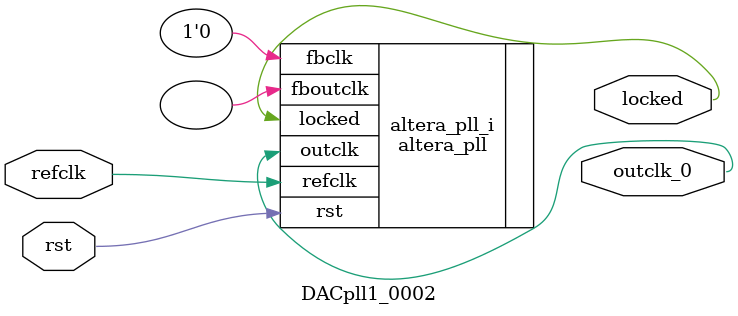
<source format=v>
`timescale 1ns/10ps
module  DACpll1_0002(

	// interface 'refclk'
	input wire refclk,

	// interface 'reset'
	input wire rst,

	// interface 'outclk0'
	output wire outclk_0,

	// interface 'locked'
	output wire locked
);

	altera_pll #(
		.fractional_vco_multiplier("false"),
		.reference_clock_frequency("50.0 MHz"),
		.operation_mode("direct"),
		.number_of_clocks(1),
		.output_clock_frequency0("50.000000 MHz"),
		.phase_shift0("0 ps"),
		.duty_cycle0(50),
		.output_clock_frequency1("0 MHz"),
		.phase_shift1("0 ps"),
		.duty_cycle1(50),
		.output_clock_frequency2("0 MHz"),
		.phase_shift2("0 ps"),
		.duty_cycle2(50),
		.output_clock_frequency3("0 MHz"),
		.phase_shift3("0 ps"),
		.duty_cycle3(50),
		.output_clock_frequency4("0 MHz"),
		.phase_shift4("0 ps"),
		.duty_cycle4(50),
		.output_clock_frequency5("0 MHz"),
		.phase_shift5("0 ps"),
		.duty_cycle5(50),
		.output_clock_frequency6("0 MHz"),
		.phase_shift6("0 ps"),
		.duty_cycle6(50),
		.output_clock_frequency7("0 MHz"),
		.phase_shift7("0 ps"),
		.duty_cycle7(50),
		.output_clock_frequency8("0 MHz"),
		.phase_shift8("0 ps"),
		.duty_cycle8(50),
		.output_clock_frequency9("0 MHz"),
		.phase_shift9("0 ps"),
		.duty_cycle9(50),
		.output_clock_frequency10("0 MHz"),
		.phase_shift10("0 ps"),
		.duty_cycle10(50),
		.output_clock_frequency11("0 MHz"),
		.phase_shift11("0 ps"),
		.duty_cycle11(50),
		.output_clock_frequency12("0 MHz"),
		.phase_shift12("0 ps"),
		.duty_cycle12(50),
		.output_clock_frequency13("0 MHz"),
		.phase_shift13("0 ps"),
		.duty_cycle13(50),
		.output_clock_frequency14("0 MHz"),
		.phase_shift14("0 ps"),
		.duty_cycle14(50),
		.output_clock_frequency15("0 MHz"),
		.phase_shift15("0 ps"),
		.duty_cycle15(50),
		.output_clock_frequency16("0 MHz"),
		.phase_shift16("0 ps"),
		.duty_cycle16(50),
		.output_clock_frequency17("0 MHz"),
		.phase_shift17("0 ps"),
		.duty_cycle17(50),
		.pll_type("General"),
		.pll_subtype("General")
	) altera_pll_i (
		.rst	(rst),
		.outclk	({outclk_0}),
		.locked	(locked),
		.fboutclk	( ),
		.fbclk	(1'b0),
		.refclk	(refclk)
	);
endmodule


</source>
